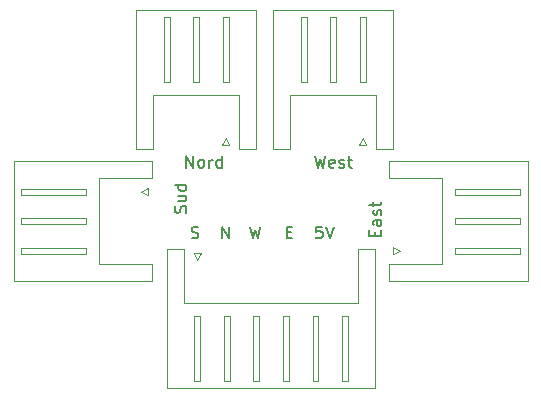
<source format=gbr>
%TF.GenerationSoftware,KiCad,Pcbnew,8.0.5-8.0.5-0~ubuntu24.04.1*%
%TF.CreationDate,2024-10-23T09:38:31+02:00*%
%TF.ProjectId,SensorConnector_PCB,53656e73-6f72-4436-9f6e-6e6563746f72,rev?*%
%TF.SameCoordinates,Original*%
%TF.FileFunction,Legend,Top*%
%TF.FilePolarity,Positive*%
%FSLAX46Y46*%
G04 Gerber Fmt 4.6, Leading zero omitted, Abs format (unit mm)*
G04 Created by KiCad (PCBNEW 8.0.5-8.0.5-0~ubuntu24.04.1) date 2024-10-23 09:38:31*
%MOMM*%
%LPD*%
G01*
G04 APERTURE LIST*
%ADD10C,0.200000*%
%ADD11C,0.120000*%
G04 APERTURE END LIST*
D10*
X108822054Y-81819600D02*
X108964911Y-81867219D01*
X108964911Y-81867219D02*
X109203006Y-81867219D01*
X109203006Y-81867219D02*
X109298244Y-81819600D01*
X109298244Y-81819600D02*
X109345863Y-81771980D01*
X109345863Y-81771980D02*
X109393482Y-81676742D01*
X109393482Y-81676742D02*
X109393482Y-81581504D01*
X109393482Y-81581504D02*
X109345863Y-81486266D01*
X109345863Y-81486266D02*
X109298244Y-81438647D01*
X109298244Y-81438647D02*
X109203006Y-81391028D01*
X109203006Y-81391028D02*
X109012530Y-81343409D01*
X109012530Y-81343409D02*
X108917292Y-81295790D01*
X108917292Y-81295790D02*
X108869673Y-81248171D01*
X108869673Y-81248171D02*
X108822054Y-81152933D01*
X108822054Y-81152933D02*
X108822054Y-81057695D01*
X108822054Y-81057695D02*
X108869673Y-80962457D01*
X108869673Y-80962457D02*
X108917292Y-80914838D01*
X108917292Y-80914838D02*
X109012530Y-80867219D01*
X109012530Y-80867219D02*
X109250625Y-80867219D01*
X109250625Y-80867219D02*
X109393482Y-80914838D01*
X111369673Y-81867219D02*
X111369673Y-80867219D01*
X111369673Y-80867219D02*
X111941101Y-81867219D01*
X111941101Y-81867219D02*
X111941101Y-80867219D01*
X113774435Y-80867219D02*
X114012530Y-81867219D01*
X114012530Y-81867219D02*
X114203006Y-81152933D01*
X114203006Y-81152933D02*
X114393482Y-81867219D01*
X114393482Y-81867219D02*
X114631578Y-80867219D01*
X116869673Y-81343409D02*
X117203006Y-81343409D01*
X117345863Y-81867219D02*
X116869673Y-81867219D01*
X116869673Y-81867219D02*
X116869673Y-80867219D01*
X116869673Y-80867219D02*
X117345863Y-80867219D01*
X124343409Y-81630326D02*
X124343409Y-81296993D01*
X124867219Y-81154136D02*
X124867219Y-81630326D01*
X124867219Y-81630326D02*
X123867219Y-81630326D01*
X123867219Y-81630326D02*
X123867219Y-81154136D01*
X124867219Y-80296993D02*
X124343409Y-80296993D01*
X124343409Y-80296993D02*
X124248171Y-80344612D01*
X124248171Y-80344612D02*
X124200552Y-80439850D01*
X124200552Y-80439850D02*
X124200552Y-80630326D01*
X124200552Y-80630326D02*
X124248171Y-80725564D01*
X124819600Y-80296993D02*
X124867219Y-80392231D01*
X124867219Y-80392231D02*
X124867219Y-80630326D01*
X124867219Y-80630326D02*
X124819600Y-80725564D01*
X124819600Y-80725564D02*
X124724361Y-80773183D01*
X124724361Y-80773183D02*
X124629123Y-80773183D01*
X124629123Y-80773183D02*
X124533885Y-80725564D01*
X124533885Y-80725564D02*
X124486266Y-80630326D01*
X124486266Y-80630326D02*
X124486266Y-80392231D01*
X124486266Y-80392231D02*
X124438647Y-80296993D01*
X124819600Y-79868421D02*
X124867219Y-79773183D01*
X124867219Y-79773183D02*
X124867219Y-79582707D01*
X124867219Y-79582707D02*
X124819600Y-79487469D01*
X124819600Y-79487469D02*
X124724361Y-79439850D01*
X124724361Y-79439850D02*
X124676742Y-79439850D01*
X124676742Y-79439850D02*
X124581504Y-79487469D01*
X124581504Y-79487469D02*
X124533885Y-79582707D01*
X124533885Y-79582707D02*
X124533885Y-79725564D01*
X124533885Y-79725564D02*
X124486266Y-79820802D01*
X124486266Y-79820802D02*
X124391028Y-79868421D01*
X124391028Y-79868421D02*
X124343409Y-79868421D01*
X124343409Y-79868421D02*
X124248171Y-79820802D01*
X124248171Y-79820802D02*
X124200552Y-79725564D01*
X124200552Y-79725564D02*
X124200552Y-79582707D01*
X124200552Y-79582707D02*
X124248171Y-79487469D01*
X124200552Y-79154135D02*
X124200552Y-78773183D01*
X123867219Y-79011278D02*
X124724361Y-79011278D01*
X124724361Y-79011278D02*
X124819600Y-78963659D01*
X124819600Y-78963659D02*
X124867219Y-78868421D01*
X124867219Y-78868421D02*
X124867219Y-78773183D01*
X119274435Y-74867219D02*
X119512530Y-75867219D01*
X119512530Y-75867219D02*
X119703006Y-75152933D01*
X119703006Y-75152933D02*
X119893482Y-75867219D01*
X119893482Y-75867219D02*
X120131578Y-74867219D01*
X120893482Y-75819600D02*
X120798244Y-75867219D01*
X120798244Y-75867219D02*
X120607768Y-75867219D01*
X120607768Y-75867219D02*
X120512530Y-75819600D01*
X120512530Y-75819600D02*
X120464911Y-75724361D01*
X120464911Y-75724361D02*
X120464911Y-75343409D01*
X120464911Y-75343409D02*
X120512530Y-75248171D01*
X120512530Y-75248171D02*
X120607768Y-75200552D01*
X120607768Y-75200552D02*
X120798244Y-75200552D01*
X120798244Y-75200552D02*
X120893482Y-75248171D01*
X120893482Y-75248171D02*
X120941101Y-75343409D01*
X120941101Y-75343409D02*
X120941101Y-75438647D01*
X120941101Y-75438647D02*
X120464911Y-75533885D01*
X121322054Y-75819600D02*
X121417292Y-75867219D01*
X121417292Y-75867219D02*
X121607768Y-75867219D01*
X121607768Y-75867219D02*
X121703006Y-75819600D01*
X121703006Y-75819600D02*
X121750625Y-75724361D01*
X121750625Y-75724361D02*
X121750625Y-75676742D01*
X121750625Y-75676742D02*
X121703006Y-75581504D01*
X121703006Y-75581504D02*
X121607768Y-75533885D01*
X121607768Y-75533885D02*
X121464911Y-75533885D01*
X121464911Y-75533885D02*
X121369673Y-75486266D01*
X121369673Y-75486266D02*
X121322054Y-75391028D01*
X121322054Y-75391028D02*
X121322054Y-75343409D01*
X121322054Y-75343409D02*
X121369673Y-75248171D01*
X121369673Y-75248171D02*
X121464911Y-75200552D01*
X121464911Y-75200552D02*
X121607768Y-75200552D01*
X121607768Y-75200552D02*
X121703006Y-75248171D01*
X122036340Y-75200552D02*
X122417292Y-75200552D01*
X122179197Y-74867219D02*
X122179197Y-75724361D01*
X122179197Y-75724361D02*
X122226816Y-75819600D01*
X122226816Y-75819600D02*
X122322054Y-75867219D01*
X122322054Y-75867219D02*
X122417292Y-75867219D01*
X119845863Y-80867219D02*
X119369673Y-80867219D01*
X119369673Y-80867219D02*
X119322054Y-81343409D01*
X119322054Y-81343409D02*
X119369673Y-81295790D01*
X119369673Y-81295790D02*
X119464911Y-81248171D01*
X119464911Y-81248171D02*
X119703006Y-81248171D01*
X119703006Y-81248171D02*
X119798244Y-81295790D01*
X119798244Y-81295790D02*
X119845863Y-81343409D01*
X119845863Y-81343409D02*
X119893482Y-81438647D01*
X119893482Y-81438647D02*
X119893482Y-81676742D01*
X119893482Y-81676742D02*
X119845863Y-81771980D01*
X119845863Y-81771980D02*
X119798244Y-81819600D01*
X119798244Y-81819600D02*
X119703006Y-81867219D01*
X119703006Y-81867219D02*
X119464911Y-81867219D01*
X119464911Y-81867219D02*
X119369673Y-81819600D01*
X119369673Y-81819600D02*
X119322054Y-81771980D01*
X120179197Y-80867219D02*
X120512530Y-81867219D01*
X120512530Y-81867219D02*
X120845863Y-80867219D01*
X108369673Y-75867219D02*
X108369673Y-74867219D01*
X108369673Y-74867219D02*
X108941101Y-75867219D01*
X108941101Y-75867219D02*
X108941101Y-74867219D01*
X109560149Y-75867219D02*
X109464911Y-75819600D01*
X109464911Y-75819600D02*
X109417292Y-75771980D01*
X109417292Y-75771980D02*
X109369673Y-75676742D01*
X109369673Y-75676742D02*
X109369673Y-75391028D01*
X109369673Y-75391028D02*
X109417292Y-75295790D01*
X109417292Y-75295790D02*
X109464911Y-75248171D01*
X109464911Y-75248171D02*
X109560149Y-75200552D01*
X109560149Y-75200552D02*
X109703006Y-75200552D01*
X109703006Y-75200552D02*
X109798244Y-75248171D01*
X109798244Y-75248171D02*
X109845863Y-75295790D01*
X109845863Y-75295790D02*
X109893482Y-75391028D01*
X109893482Y-75391028D02*
X109893482Y-75676742D01*
X109893482Y-75676742D02*
X109845863Y-75771980D01*
X109845863Y-75771980D02*
X109798244Y-75819600D01*
X109798244Y-75819600D02*
X109703006Y-75867219D01*
X109703006Y-75867219D02*
X109560149Y-75867219D01*
X110322054Y-75867219D02*
X110322054Y-75200552D01*
X110322054Y-75391028D02*
X110369673Y-75295790D01*
X110369673Y-75295790D02*
X110417292Y-75248171D01*
X110417292Y-75248171D02*
X110512530Y-75200552D01*
X110512530Y-75200552D02*
X110607768Y-75200552D01*
X111369673Y-75867219D02*
X111369673Y-74867219D01*
X111369673Y-75819600D02*
X111274435Y-75867219D01*
X111274435Y-75867219D02*
X111083959Y-75867219D01*
X111083959Y-75867219D02*
X110988721Y-75819600D01*
X110988721Y-75819600D02*
X110941102Y-75771980D01*
X110941102Y-75771980D02*
X110893483Y-75676742D01*
X110893483Y-75676742D02*
X110893483Y-75391028D01*
X110893483Y-75391028D02*
X110941102Y-75295790D01*
X110941102Y-75295790D02*
X110988721Y-75248171D01*
X110988721Y-75248171D02*
X111083959Y-75200552D01*
X111083959Y-75200552D02*
X111274435Y-75200552D01*
X111274435Y-75200552D02*
X111369673Y-75248171D01*
X108319600Y-79677945D02*
X108367219Y-79535088D01*
X108367219Y-79535088D02*
X108367219Y-79296993D01*
X108367219Y-79296993D02*
X108319600Y-79201755D01*
X108319600Y-79201755D02*
X108271980Y-79154136D01*
X108271980Y-79154136D02*
X108176742Y-79106517D01*
X108176742Y-79106517D02*
X108081504Y-79106517D01*
X108081504Y-79106517D02*
X107986266Y-79154136D01*
X107986266Y-79154136D02*
X107938647Y-79201755D01*
X107938647Y-79201755D02*
X107891028Y-79296993D01*
X107891028Y-79296993D02*
X107843409Y-79487469D01*
X107843409Y-79487469D02*
X107795790Y-79582707D01*
X107795790Y-79582707D02*
X107748171Y-79630326D01*
X107748171Y-79630326D02*
X107652933Y-79677945D01*
X107652933Y-79677945D02*
X107557695Y-79677945D01*
X107557695Y-79677945D02*
X107462457Y-79630326D01*
X107462457Y-79630326D02*
X107414838Y-79582707D01*
X107414838Y-79582707D02*
X107367219Y-79487469D01*
X107367219Y-79487469D02*
X107367219Y-79249374D01*
X107367219Y-79249374D02*
X107414838Y-79106517D01*
X107700552Y-78249374D02*
X108367219Y-78249374D01*
X107700552Y-78677945D02*
X108224361Y-78677945D01*
X108224361Y-78677945D02*
X108319600Y-78630326D01*
X108319600Y-78630326D02*
X108367219Y-78535088D01*
X108367219Y-78535088D02*
X108367219Y-78392231D01*
X108367219Y-78392231D02*
X108319600Y-78296993D01*
X108319600Y-78296993D02*
X108271980Y-78249374D01*
X108367219Y-77344612D02*
X107367219Y-77344612D01*
X108319600Y-77344612D02*
X108367219Y-77439850D01*
X108367219Y-77439850D02*
X108367219Y-77630326D01*
X108367219Y-77630326D02*
X108319600Y-77725564D01*
X108319600Y-77725564D02*
X108271980Y-77773183D01*
X108271980Y-77773183D02*
X108176742Y-77820802D01*
X108176742Y-77820802D02*
X107891028Y-77820802D01*
X107891028Y-77820802D02*
X107795790Y-77773183D01*
X107795790Y-77773183D02*
X107748171Y-77725564D01*
X107748171Y-77725564D02*
X107700552Y-77630326D01*
X107700552Y-77630326D02*
X107700552Y-77439850D01*
X107700552Y-77439850D02*
X107748171Y-77344612D01*
D11*
%TO.C,J105*%
X106740000Y-82790000D02*
X108160000Y-82790000D01*
X106740000Y-94510000D02*
X106740000Y-82790000D01*
X108160000Y-82790000D02*
X108160000Y-87290000D01*
X108160000Y-87290000D02*
X115550000Y-87290000D01*
X109000000Y-83100000D02*
X109600000Y-83100000D01*
X109050000Y-88400000D02*
X109050000Y-93900000D01*
X109050000Y-93900000D02*
X109550000Y-93900000D01*
X109300000Y-83700000D02*
X109000000Y-83100000D01*
X109550000Y-88400000D02*
X109050000Y-88400000D01*
X109550000Y-93900000D02*
X109550000Y-88400000D01*
X109600000Y-83100000D02*
X109300000Y-83700000D01*
X111550000Y-88400000D02*
X111550000Y-93900000D01*
X111550000Y-93900000D02*
X112050000Y-93900000D01*
X112050000Y-88400000D02*
X111550000Y-88400000D01*
X112050000Y-93900000D02*
X112050000Y-88400000D01*
X114050000Y-88400000D02*
X114050000Y-93900000D01*
X114050000Y-93900000D02*
X114550000Y-93900000D01*
X114550000Y-88400000D02*
X114050000Y-88400000D01*
X114550000Y-93900000D02*
X114550000Y-88400000D01*
X115550000Y-94510000D02*
X106740000Y-94510000D01*
X115550000Y-94510000D02*
X124360000Y-94510000D01*
X116550000Y-88400000D02*
X116550000Y-93900000D01*
X116550000Y-93900000D02*
X117050000Y-93900000D01*
X117050000Y-88400000D02*
X116550000Y-88400000D01*
X117050000Y-93900000D02*
X117050000Y-88400000D01*
X119050000Y-88400000D02*
X119050000Y-93900000D01*
X119050000Y-93900000D02*
X119550000Y-93900000D01*
X119550000Y-88400000D02*
X119050000Y-88400000D01*
X119550000Y-93900000D02*
X119550000Y-88400000D01*
X121550000Y-88400000D02*
X121550000Y-93900000D01*
X121550000Y-93900000D02*
X122050000Y-93900000D01*
X122050000Y-88400000D02*
X121550000Y-88400000D01*
X122050000Y-93900000D02*
X122050000Y-88400000D01*
X122940000Y-82790000D02*
X122940000Y-87290000D01*
X122940000Y-87290000D02*
X115550000Y-87290000D01*
X124360000Y-82790000D02*
X122940000Y-82790000D01*
X124360000Y-94510000D02*
X124360000Y-82790000D01*
%TO.C,J101*%
X104140000Y-62540000D02*
X104140000Y-74260000D01*
X104140000Y-74260000D02*
X105560000Y-74260000D01*
X105560000Y-69760000D02*
X109200000Y-69760000D01*
X105560000Y-74260000D02*
X105560000Y-69760000D01*
X106450000Y-63150000D02*
X106450000Y-68650000D01*
X106450000Y-68650000D02*
X106950000Y-68650000D01*
X106950000Y-63150000D02*
X106450000Y-63150000D01*
X106950000Y-68650000D02*
X106950000Y-63150000D01*
X108950000Y-63150000D02*
X108950000Y-68650000D01*
X108950000Y-68650000D02*
X109450000Y-68650000D01*
X109200000Y-62540000D02*
X104140000Y-62540000D01*
X109200000Y-62540000D02*
X114260000Y-62540000D01*
X109450000Y-63150000D02*
X108950000Y-63150000D01*
X109450000Y-68650000D02*
X109450000Y-63150000D01*
X111400000Y-73950000D02*
X111700000Y-73350000D01*
X111450000Y-63150000D02*
X111450000Y-68650000D01*
X111450000Y-68650000D02*
X111950000Y-68650000D01*
X111700000Y-73350000D02*
X112000000Y-73950000D01*
X111950000Y-63150000D02*
X111450000Y-63150000D01*
X111950000Y-68650000D02*
X111950000Y-63150000D01*
X112000000Y-73950000D02*
X111400000Y-73950000D01*
X112840000Y-69760000D02*
X109200000Y-69760000D01*
X112840000Y-74260000D02*
X112840000Y-69760000D01*
X114260000Y-62540000D02*
X114260000Y-74260000D01*
X114260000Y-74260000D02*
X112840000Y-74260000D01*
%TO.C,J103*%
X93740000Y-75340000D02*
X105460000Y-75340000D01*
X93740000Y-80400000D02*
X93740000Y-75340000D01*
X93740000Y-80400000D02*
X93740000Y-85460000D01*
X93740000Y-85460000D02*
X105460000Y-85460000D01*
X94350000Y-77650000D02*
X94350000Y-78150000D01*
X94350000Y-78150000D02*
X99850000Y-78150000D01*
X94350000Y-80150000D02*
X94350000Y-80650000D01*
X94350000Y-80650000D02*
X99850000Y-80650000D01*
X94350000Y-82650000D02*
X94350000Y-83150000D01*
X94350000Y-83150000D02*
X99850000Y-83150000D01*
X99850000Y-77650000D02*
X94350000Y-77650000D01*
X99850000Y-78150000D02*
X99850000Y-77650000D01*
X99850000Y-80150000D02*
X94350000Y-80150000D01*
X99850000Y-80650000D02*
X99850000Y-80150000D01*
X99850000Y-82650000D02*
X94350000Y-82650000D01*
X99850000Y-83150000D02*
X99850000Y-82650000D01*
X100960000Y-76760000D02*
X100960000Y-80400000D01*
X100960000Y-84040000D02*
X100960000Y-80400000D01*
X104550000Y-77900000D02*
X105150000Y-77600000D01*
X105150000Y-77600000D02*
X105150000Y-78200000D01*
X105150000Y-78200000D02*
X104550000Y-77900000D01*
X105460000Y-75340000D02*
X105460000Y-76760000D01*
X105460000Y-76760000D02*
X100960000Y-76760000D01*
X105460000Y-84040000D02*
X100960000Y-84040000D01*
X105460000Y-85460000D02*
X105460000Y-84040000D01*
%TO.C,J102*%
X115740000Y-62540000D02*
X115740000Y-74260000D01*
X115740000Y-74260000D02*
X117160000Y-74260000D01*
X117160000Y-69760000D02*
X120800000Y-69760000D01*
X117160000Y-74260000D02*
X117160000Y-69760000D01*
X118050000Y-63150000D02*
X118050000Y-68650000D01*
X118050000Y-68650000D02*
X118550000Y-68650000D01*
X118550000Y-63150000D02*
X118050000Y-63150000D01*
X118550000Y-68650000D02*
X118550000Y-63150000D01*
X120550000Y-63150000D02*
X120550000Y-68650000D01*
X120550000Y-68650000D02*
X121050000Y-68650000D01*
X120800000Y-62540000D02*
X115740000Y-62540000D01*
X120800000Y-62540000D02*
X125860000Y-62540000D01*
X121050000Y-63150000D02*
X120550000Y-63150000D01*
X121050000Y-68650000D02*
X121050000Y-63150000D01*
X123000000Y-73950000D02*
X123300000Y-73350000D01*
X123050000Y-63150000D02*
X123050000Y-68650000D01*
X123050000Y-68650000D02*
X123550000Y-68650000D01*
X123300000Y-73350000D02*
X123600000Y-73950000D01*
X123550000Y-63150000D02*
X123050000Y-63150000D01*
X123550000Y-68650000D02*
X123550000Y-63150000D01*
X123600000Y-73950000D02*
X123000000Y-73950000D01*
X124440000Y-69760000D02*
X120800000Y-69760000D01*
X124440000Y-74260000D02*
X124440000Y-69760000D01*
X125860000Y-62540000D02*
X125860000Y-74260000D01*
X125860000Y-74260000D02*
X124440000Y-74260000D01*
%TO.C,J104*%
X125540000Y-75340000D02*
X125540000Y-76760000D01*
X125540000Y-76760000D02*
X130040000Y-76760000D01*
X125540000Y-84040000D02*
X130040000Y-84040000D01*
X125540000Y-85460000D02*
X125540000Y-84040000D01*
X125850000Y-82600000D02*
X126450000Y-82900000D01*
X125850000Y-83200000D02*
X125850000Y-82600000D01*
X126450000Y-82900000D02*
X125850000Y-83200000D01*
X130040000Y-76760000D02*
X130040000Y-80400000D01*
X130040000Y-84040000D02*
X130040000Y-80400000D01*
X131150000Y-77650000D02*
X131150000Y-78150000D01*
X131150000Y-78150000D02*
X136650000Y-78150000D01*
X131150000Y-80150000D02*
X131150000Y-80650000D01*
X131150000Y-80650000D02*
X136650000Y-80650000D01*
X131150000Y-82650000D02*
X131150000Y-83150000D01*
X131150000Y-83150000D02*
X136650000Y-83150000D01*
X136650000Y-77650000D02*
X131150000Y-77650000D01*
X136650000Y-78150000D02*
X136650000Y-77650000D01*
X136650000Y-80150000D02*
X131150000Y-80150000D01*
X136650000Y-80650000D02*
X136650000Y-80150000D01*
X136650000Y-82650000D02*
X131150000Y-82650000D01*
X136650000Y-83150000D02*
X136650000Y-82650000D01*
X137260000Y-75340000D02*
X125540000Y-75340000D01*
X137260000Y-80400000D02*
X137260000Y-75340000D01*
X137260000Y-80400000D02*
X137260000Y-85460000D01*
X137260000Y-85460000D02*
X125540000Y-85460000D01*
%TD*%
M02*

</source>
